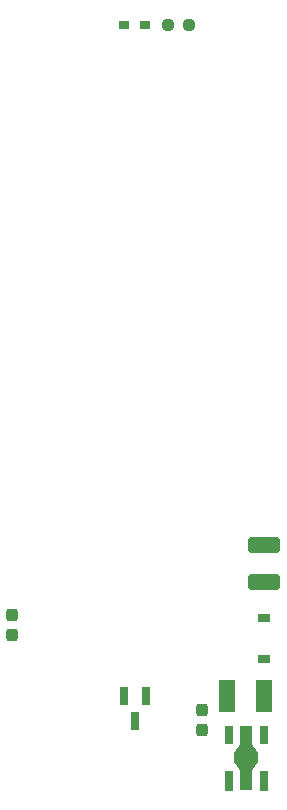
<source format=gbr>
G04 #@! TF.GenerationSoftware,KiCad,Pcbnew,8.0.4+dfsg-1*
G04 #@! TF.CreationDate,2025-02-22T20:37:06+09:00*
G04 #@! TF.ProjectId,bionic-tms9981-dcdc,62696f6e-6963-42d7-946d-73393938312d,3*
G04 #@! TF.SameCoordinates,Original*
G04 #@! TF.FileFunction,Paste,Top*
G04 #@! TF.FilePolarity,Positive*
%FSLAX46Y46*%
G04 Gerber Fmt 4.6, Leading zero omitted, Abs format (unit mm)*
G04 Created by KiCad (PCBNEW 8.0.4+dfsg-1) date 2025-02-22 20:37:06*
%MOMM*%
%LPD*%
G01*
G04 APERTURE LIST*
G04 Aperture macros list*
%AMRoundRect*
0 Rectangle with rounded corners*
0 $1 Rounding radius*
0 $2 $3 $4 $5 $6 $7 $8 $9 X,Y pos of 4 corners*
0 Add a 4 corners polygon primitive as box body*
4,1,4,$2,$3,$4,$5,$6,$7,$8,$9,$2,$3,0*
0 Add four circle primitives for the rounded corners*
1,1,$1+$1,$2,$3*
1,1,$1+$1,$4,$5*
1,1,$1+$1,$6,$7*
1,1,$1+$1,$8,$9*
0 Add four rect primitives between the rounded corners*
20,1,$1+$1,$2,$3,$4,$5,0*
20,1,$1+$1,$4,$5,$6,$7,0*
20,1,$1+$1,$6,$7,$8,$9,0*
20,1,$1+$1,$8,$9,$2,$3,0*%
%AMFreePoly0*
4,1,13,0.500000,1.050000,1.000000,0.350000,1.000000,-0.450000,0.500000,-1.150000,0.500000,-2.750000,-0.500000,-2.750000,-0.500000,-1.150000,-1.000000,-0.450000,-1.000000,0.350000,-0.500000,1.050000,-0.500000,2.750000,0.500000,2.750000,0.500000,1.050000,0.500000,1.050000,$1*%
G04 Aperture macros list end*
%ADD10R,1.371600X2.743200*%
%ADD11RoundRect,0.237500X-0.250000X-0.237500X0.250000X-0.237500X0.250000X0.237500X-0.250000X0.237500X0*%
%ADD12R,0.965200X0.762000*%
%ADD13R,0.700000X1.600000*%
%ADD14FreePoly0,180.000000*%
%ADD15R,0.700000X1.700000*%
%ADD16R,0.660400X1.625600*%
%ADD17RoundRect,0.237500X0.237500X-0.300000X0.237500X0.300000X-0.237500X0.300000X-0.237500X-0.300000X0*%
%ADD18R,1.041400X0.762000*%
%ADD19RoundRect,0.250000X1.100000X-0.412500X1.100000X0.412500X-1.100000X0.412500X-1.100000X-0.412500X0*%
G04 APERTURE END LIST*
D10*
X121497800Y-128470800D03*
X124647400Y-128470800D03*
D11*
X116470500Y-71651000D03*
X118295500Y-71651000D03*
D12*
X114576300Y-71651000D03*
X112823700Y-71651000D03*
D13*
X124647400Y-131798200D03*
D14*
X123147400Y-133748200D03*
D13*
X121647400Y-131798200D03*
D15*
X121647400Y-135648200D03*
X124647400Y-135648200D03*
D16*
X114665200Y-128470800D03*
X112765198Y-128470800D03*
X113715199Y-130602800D03*
D17*
X119415000Y-131364200D03*
X119415000Y-129639200D03*
X103336800Y-123338900D03*
X103336800Y-121613900D03*
D18*
X124647400Y-121866800D03*
X124647400Y-125346600D03*
D19*
X124647400Y-118845000D03*
X124647400Y-115720000D03*
M02*

</source>
